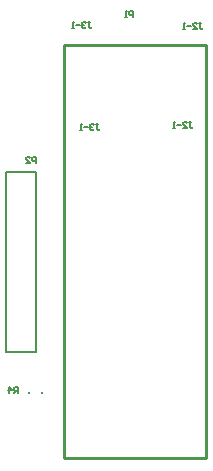
<source format=gbr>
%TF.GenerationSoftware,Altium Limited,Altium Designer,18.0.9 (584)*%
G04 Layer_Color=32896*
%FSLAX26Y26*%
%MOIN*%
%TF.FileFunction,Legend,Bot*%
%TF.Part,Single*%
G01*
G75*
%TA.AperFunction,NonConductor*%
%ADD21C,0.007874*%
%ADD22C,0.010000*%
%ADD23C,0.005906*%
%ADD24C,0.005000*%
D21*
X58267Y-1160236D02*
X158267D01*
X58267Y-560236D02*
X158267D01*
X58267Y-1160236D02*
Y-560236D01*
X158267Y-1160236D02*
Y-560236D01*
X133875Y-1297873D02*
Y-1293938D01*
X177183Y-1297873D02*
Y-1293938D01*
D22*
X724529Y-1515582D02*
Y-137630D01*
X251729D02*
X724529D01*
X251729Y-1515582D02*
Y-137630D01*
Y-1515582D02*
X724529D01*
D23*
X356881Y-400321D02*
X363440D01*
X360161D01*
Y-416720D01*
X363440Y-420000D01*
X366720D01*
X370000Y-416720D01*
X350321Y-403601D02*
X347042Y-400321D01*
X340482D01*
X337202Y-403601D01*
Y-406881D01*
X340482Y-410161D01*
X343762D01*
X340482D01*
X337202Y-413440D01*
Y-416720D01*
X340482Y-420000D01*
X347042D01*
X350321Y-416720D01*
X330643Y-410161D02*
X317524D01*
X310964Y-420000D02*
X304405D01*
X307684D01*
Y-400321D01*
X310964Y-403601D01*
X666881Y-395321D02*
X673441D01*
X670161D01*
Y-411720D01*
X673441Y-415000D01*
X676720D01*
X680000Y-411720D01*
X647202Y-415000D02*
X660321D01*
X647202Y-401881D01*
Y-398601D01*
X650482Y-395321D01*
X657042D01*
X660321Y-398601D01*
X640643Y-405161D02*
X627524D01*
X620964Y-415000D02*
X614405D01*
X617684D01*
Y-395321D01*
X620964Y-398601D01*
D24*
X331671Y-60007D02*
X338336D01*
X335003D01*
Y-76668D01*
X338336Y-80000D01*
X341668D01*
X345000Y-76668D01*
X325007Y-63339D02*
X321674Y-60007D01*
X315010D01*
X311678Y-63339D01*
Y-66671D01*
X315010Y-70003D01*
X318342D01*
X315010D01*
X311678Y-73335D01*
Y-76668D01*
X315010Y-80000D01*
X321674D01*
X325007Y-76668D01*
X305013Y-70003D02*
X291684D01*
X285019Y-80000D02*
X278355D01*
X281687D01*
Y-60007D01*
X285019Y-63339D01*
X701671Y-65007D02*
X708336D01*
X705003D01*
Y-81668D01*
X708336Y-85000D01*
X711668D01*
X715000Y-81668D01*
X681678Y-85000D02*
X695006D01*
X681678Y-71671D01*
Y-68339D01*
X685010Y-65007D01*
X691674D01*
X695006Y-68339D01*
X675013Y-75003D02*
X661684D01*
X655019Y-85000D02*
X648355D01*
X651687D01*
Y-65007D01*
X655019Y-68339D01*
X98425Y-1299213D02*
Y-1279219D01*
X88428D01*
X85096Y-1282551D01*
Y-1289216D01*
X88428Y-1292548D01*
X98425D01*
X91761D02*
X85096Y-1299213D01*
X68435D02*
Y-1279219D01*
X78432Y-1289216D01*
X65103D01*
X157449Y-530842D02*
Y-510849D01*
X147452D01*
X144120Y-514181D01*
Y-520846D01*
X147452Y-524178D01*
X157449D01*
X124126Y-530842D02*
X137455D01*
X124126Y-517514D01*
Y-514181D01*
X127459Y-510849D01*
X134123D01*
X137455Y-514181D01*
X480529Y-45906D02*
Y-25912D01*
X470533D01*
X467200Y-29244D01*
Y-35909D01*
X470533Y-39241D01*
X480529D01*
X460536Y-45906D02*
X453871D01*
X457204D01*
Y-25912D01*
X460536Y-29244D01*
%TF.MD5,c0e20a1dfd4b97315b4c784e70ca6bbf*%
M02*

</source>
